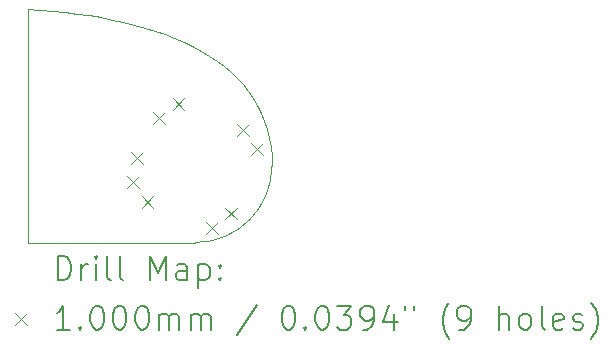
<source format=gbr>
%TF.GenerationSoftware,KiCad,Pcbnew,7.0.5*%
%TF.CreationDate,2023-06-18T14:52:25+02:00*%
%TF.ProjectId,RH_RKJXM1015004_thumb,52485f52-4b4a-4584-9d31-303135303034,rev?*%
%TF.SameCoordinates,Original*%
%TF.FileFunction,Drillmap*%
%TF.FilePolarity,Positive*%
%FSLAX45Y45*%
G04 Gerber Fmt 4.5, Leading zero omitted, Abs format (unit mm)*
G04 Created by KiCad (PCBNEW 7.0.5) date 2023-06-18 14:52:25*
%MOMM*%
%LPD*%
G01*
G04 APERTURE LIST*
%ADD10C,0.100000*%
%ADD11C,0.200000*%
G04 APERTURE END LIST*
D10*
X7600001Y-4500001D02*
X6181686Y-4500001D01*
X7600001Y-4500001D02*
G75*
G03*
X8250001Y-3850001I-1J650001D01*
G01*
X6181686Y-2520161D02*
X6181686Y-4500001D01*
X6181686Y-2520161D02*
X6289183Y-2528051D01*
X6395148Y-2537625D01*
X6499459Y-2548932D01*
X6601990Y-2562022D01*
X6702619Y-2576942D01*
X6801223Y-2593741D01*
X6897678Y-2612469D01*
X6991861Y-2633174D01*
X7083649Y-2655904D01*
X7172918Y-2680709D01*
X7259545Y-2707637D01*
X7343406Y-2736738D01*
X7424379Y-2768059D01*
X7502340Y-2801650D01*
X7577166Y-2837560D01*
X7648733Y-2875836D01*
X7716918Y-2916529D01*
X7781598Y-2959686D01*
X7842649Y-3005357D01*
X7899949Y-3053591D01*
X7953373Y-3104435D01*
X8002798Y-3157939D01*
X8048102Y-3214152D01*
X8089160Y-3273122D01*
X8125850Y-3334898D01*
X8158048Y-3399529D01*
X8185631Y-3467064D01*
X8208475Y-3537551D01*
X8226458Y-3611040D01*
X8239455Y-3687578D01*
X8247344Y-3767216D01*
X8250001Y-3850001D01*
D11*
D10*
X7024066Y-3940065D02*
X7124066Y-4040065D01*
X7124066Y-3940065D02*
X7024066Y-4040065D01*
X7059189Y-3734964D02*
X7159189Y-3834964D01*
X7159189Y-3734964D02*
X7059189Y-3834964D01*
X7146271Y-4103361D02*
X7246271Y-4203362D01*
X7246271Y-4103361D02*
X7146271Y-4203362D01*
X7246638Y-3396271D02*
X7346638Y-3496271D01*
X7346638Y-3396271D02*
X7246638Y-3496271D01*
X7409935Y-3274066D02*
X7509935Y-3374066D01*
X7509935Y-3274066D02*
X7409935Y-3374066D01*
X7690065Y-4325934D02*
X7790065Y-4425934D01*
X7790065Y-4325934D02*
X7690065Y-4425934D01*
X7853361Y-4203729D02*
X7953361Y-4303729D01*
X7953361Y-4203729D02*
X7853361Y-4303729D01*
X7953729Y-3496638D02*
X8053729Y-3596638D01*
X8053729Y-3496638D02*
X7953729Y-3596638D01*
X8075934Y-3659935D02*
X8175934Y-3759935D01*
X8175934Y-3659935D02*
X8075934Y-3759935D01*
D11*
X6437462Y-4816485D02*
X6437462Y-4616485D01*
X6437462Y-4616485D02*
X6485081Y-4616485D01*
X6485081Y-4616485D02*
X6513653Y-4626009D01*
X6513653Y-4626009D02*
X6532700Y-4645056D01*
X6532700Y-4645056D02*
X6542224Y-4664104D01*
X6542224Y-4664104D02*
X6551748Y-4702199D01*
X6551748Y-4702199D02*
X6551748Y-4730770D01*
X6551748Y-4730770D02*
X6542224Y-4768866D01*
X6542224Y-4768866D02*
X6532700Y-4787913D01*
X6532700Y-4787913D02*
X6513653Y-4806961D01*
X6513653Y-4806961D02*
X6485081Y-4816485D01*
X6485081Y-4816485D02*
X6437462Y-4816485D01*
X6637462Y-4816485D02*
X6637462Y-4683151D01*
X6637462Y-4721247D02*
X6646986Y-4702199D01*
X6646986Y-4702199D02*
X6656510Y-4692675D01*
X6656510Y-4692675D02*
X6675558Y-4683151D01*
X6675558Y-4683151D02*
X6694605Y-4683151D01*
X6761272Y-4816485D02*
X6761272Y-4683151D01*
X6761272Y-4616485D02*
X6751748Y-4626009D01*
X6751748Y-4626009D02*
X6761272Y-4635532D01*
X6761272Y-4635532D02*
X6770796Y-4626009D01*
X6770796Y-4626009D02*
X6761272Y-4616485D01*
X6761272Y-4616485D02*
X6761272Y-4635532D01*
X6885081Y-4816485D02*
X6866034Y-4806961D01*
X6866034Y-4806961D02*
X6856510Y-4787913D01*
X6856510Y-4787913D02*
X6856510Y-4616485D01*
X6989843Y-4816485D02*
X6970796Y-4806961D01*
X6970796Y-4806961D02*
X6961272Y-4787913D01*
X6961272Y-4787913D02*
X6961272Y-4616485D01*
X7218415Y-4816485D02*
X7218415Y-4616485D01*
X7218415Y-4616485D02*
X7285081Y-4759342D01*
X7285081Y-4759342D02*
X7351748Y-4616485D01*
X7351748Y-4616485D02*
X7351748Y-4816485D01*
X7532700Y-4816485D02*
X7532700Y-4711723D01*
X7532700Y-4711723D02*
X7523177Y-4692675D01*
X7523177Y-4692675D02*
X7504129Y-4683151D01*
X7504129Y-4683151D02*
X7466034Y-4683151D01*
X7466034Y-4683151D02*
X7446986Y-4692675D01*
X7532700Y-4806961D02*
X7513653Y-4816485D01*
X7513653Y-4816485D02*
X7466034Y-4816485D01*
X7466034Y-4816485D02*
X7446986Y-4806961D01*
X7446986Y-4806961D02*
X7437462Y-4787913D01*
X7437462Y-4787913D02*
X7437462Y-4768866D01*
X7437462Y-4768866D02*
X7446986Y-4749818D01*
X7446986Y-4749818D02*
X7466034Y-4740294D01*
X7466034Y-4740294D02*
X7513653Y-4740294D01*
X7513653Y-4740294D02*
X7532700Y-4730770D01*
X7627939Y-4683151D02*
X7627939Y-4883151D01*
X7627939Y-4692675D02*
X7646986Y-4683151D01*
X7646986Y-4683151D02*
X7685081Y-4683151D01*
X7685081Y-4683151D02*
X7704129Y-4692675D01*
X7704129Y-4692675D02*
X7713653Y-4702199D01*
X7713653Y-4702199D02*
X7723177Y-4721247D01*
X7723177Y-4721247D02*
X7723177Y-4778389D01*
X7723177Y-4778389D02*
X7713653Y-4797437D01*
X7713653Y-4797437D02*
X7704129Y-4806961D01*
X7704129Y-4806961D02*
X7685081Y-4816485D01*
X7685081Y-4816485D02*
X7646986Y-4816485D01*
X7646986Y-4816485D02*
X7627939Y-4806961D01*
X7808891Y-4797437D02*
X7818415Y-4806961D01*
X7818415Y-4806961D02*
X7808891Y-4816485D01*
X7808891Y-4816485D02*
X7799367Y-4806961D01*
X7799367Y-4806961D02*
X7808891Y-4797437D01*
X7808891Y-4797437D02*
X7808891Y-4816485D01*
X7808891Y-4692675D02*
X7818415Y-4702199D01*
X7818415Y-4702199D02*
X7808891Y-4711723D01*
X7808891Y-4711723D02*
X7799367Y-4702199D01*
X7799367Y-4702199D02*
X7808891Y-4692675D01*
X7808891Y-4692675D02*
X7808891Y-4711723D01*
D10*
X6076686Y-5095001D02*
X6176686Y-5195001D01*
X6176686Y-5095001D02*
X6076686Y-5195001D01*
D11*
X6542224Y-5236485D02*
X6427939Y-5236485D01*
X6485081Y-5236485D02*
X6485081Y-5036485D01*
X6485081Y-5036485D02*
X6466034Y-5065056D01*
X6466034Y-5065056D02*
X6446986Y-5084104D01*
X6446986Y-5084104D02*
X6427939Y-5093628D01*
X6627939Y-5217437D02*
X6637462Y-5226961D01*
X6637462Y-5226961D02*
X6627939Y-5236485D01*
X6627939Y-5236485D02*
X6618415Y-5226961D01*
X6618415Y-5226961D02*
X6627939Y-5217437D01*
X6627939Y-5217437D02*
X6627939Y-5236485D01*
X6761272Y-5036485D02*
X6780320Y-5036485D01*
X6780320Y-5036485D02*
X6799367Y-5046009D01*
X6799367Y-5046009D02*
X6808891Y-5055532D01*
X6808891Y-5055532D02*
X6818415Y-5074580D01*
X6818415Y-5074580D02*
X6827939Y-5112675D01*
X6827939Y-5112675D02*
X6827939Y-5160294D01*
X6827939Y-5160294D02*
X6818415Y-5198389D01*
X6818415Y-5198389D02*
X6808891Y-5217437D01*
X6808891Y-5217437D02*
X6799367Y-5226961D01*
X6799367Y-5226961D02*
X6780320Y-5236485D01*
X6780320Y-5236485D02*
X6761272Y-5236485D01*
X6761272Y-5236485D02*
X6742224Y-5226961D01*
X6742224Y-5226961D02*
X6732700Y-5217437D01*
X6732700Y-5217437D02*
X6723177Y-5198389D01*
X6723177Y-5198389D02*
X6713653Y-5160294D01*
X6713653Y-5160294D02*
X6713653Y-5112675D01*
X6713653Y-5112675D02*
X6723177Y-5074580D01*
X6723177Y-5074580D02*
X6732700Y-5055532D01*
X6732700Y-5055532D02*
X6742224Y-5046009D01*
X6742224Y-5046009D02*
X6761272Y-5036485D01*
X6951748Y-5036485D02*
X6970796Y-5036485D01*
X6970796Y-5036485D02*
X6989843Y-5046009D01*
X6989843Y-5046009D02*
X6999367Y-5055532D01*
X6999367Y-5055532D02*
X7008891Y-5074580D01*
X7008891Y-5074580D02*
X7018415Y-5112675D01*
X7018415Y-5112675D02*
X7018415Y-5160294D01*
X7018415Y-5160294D02*
X7008891Y-5198389D01*
X7008891Y-5198389D02*
X6999367Y-5217437D01*
X6999367Y-5217437D02*
X6989843Y-5226961D01*
X6989843Y-5226961D02*
X6970796Y-5236485D01*
X6970796Y-5236485D02*
X6951748Y-5236485D01*
X6951748Y-5236485D02*
X6932700Y-5226961D01*
X6932700Y-5226961D02*
X6923177Y-5217437D01*
X6923177Y-5217437D02*
X6913653Y-5198389D01*
X6913653Y-5198389D02*
X6904129Y-5160294D01*
X6904129Y-5160294D02*
X6904129Y-5112675D01*
X6904129Y-5112675D02*
X6913653Y-5074580D01*
X6913653Y-5074580D02*
X6923177Y-5055532D01*
X6923177Y-5055532D02*
X6932700Y-5046009D01*
X6932700Y-5046009D02*
X6951748Y-5036485D01*
X7142224Y-5036485D02*
X7161272Y-5036485D01*
X7161272Y-5036485D02*
X7180320Y-5046009D01*
X7180320Y-5046009D02*
X7189843Y-5055532D01*
X7189843Y-5055532D02*
X7199367Y-5074580D01*
X7199367Y-5074580D02*
X7208891Y-5112675D01*
X7208891Y-5112675D02*
X7208891Y-5160294D01*
X7208891Y-5160294D02*
X7199367Y-5198389D01*
X7199367Y-5198389D02*
X7189843Y-5217437D01*
X7189843Y-5217437D02*
X7180320Y-5226961D01*
X7180320Y-5226961D02*
X7161272Y-5236485D01*
X7161272Y-5236485D02*
X7142224Y-5236485D01*
X7142224Y-5236485D02*
X7123177Y-5226961D01*
X7123177Y-5226961D02*
X7113653Y-5217437D01*
X7113653Y-5217437D02*
X7104129Y-5198389D01*
X7104129Y-5198389D02*
X7094605Y-5160294D01*
X7094605Y-5160294D02*
X7094605Y-5112675D01*
X7094605Y-5112675D02*
X7104129Y-5074580D01*
X7104129Y-5074580D02*
X7113653Y-5055532D01*
X7113653Y-5055532D02*
X7123177Y-5046009D01*
X7123177Y-5046009D02*
X7142224Y-5036485D01*
X7294605Y-5236485D02*
X7294605Y-5103151D01*
X7294605Y-5122199D02*
X7304129Y-5112675D01*
X7304129Y-5112675D02*
X7323177Y-5103151D01*
X7323177Y-5103151D02*
X7351748Y-5103151D01*
X7351748Y-5103151D02*
X7370796Y-5112675D01*
X7370796Y-5112675D02*
X7380320Y-5131723D01*
X7380320Y-5131723D02*
X7380320Y-5236485D01*
X7380320Y-5131723D02*
X7389843Y-5112675D01*
X7389843Y-5112675D02*
X7408891Y-5103151D01*
X7408891Y-5103151D02*
X7437462Y-5103151D01*
X7437462Y-5103151D02*
X7456510Y-5112675D01*
X7456510Y-5112675D02*
X7466034Y-5131723D01*
X7466034Y-5131723D02*
X7466034Y-5236485D01*
X7561272Y-5236485D02*
X7561272Y-5103151D01*
X7561272Y-5122199D02*
X7570796Y-5112675D01*
X7570796Y-5112675D02*
X7589843Y-5103151D01*
X7589843Y-5103151D02*
X7618415Y-5103151D01*
X7618415Y-5103151D02*
X7637462Y-5112675D01*
X7637462Y-5112675D02*
X7646986Y-5131723D01*
X7646986Y-5131723D02*
X7646986Y-5236485D01*
X7646986Y-5131723D02*
X7656510Y-5112675D01*
X7656510Y-5112675D02*
X7675558Y-5103151D01*
X7675558Y-5103151D02*
X7704129Y-5103151D01*
X7704129Y-5103151D02*
X7723177Y-5112675D01*
X7723177Y-5112675D02*
X7732701Y-5131723D01*
X7732701Y-5131723D02*
X7732701Y-5236485D01*
X8123177Y-5026961D02*
X7951748Y-5284104D01*
X8380320Y-5036485D02*
X8399367Y-5036485D01*
X8399367Y-5036485D02*
X8418415Y-5046009D01*
X8418415Y-5046009D02*
X8427939Y-5055532D01*
X8427939Y-5055532D02*
X8437463Y-5074580D01*
X8437463Y-5074580D02*
X8446986Y-5112675D01*
X8446986Y-5112675D02*
X8446986Y-5160294D01*
X8446986Y-5160294D02*
X8437463Y-5198389D01*
X8437463Y-5198389D02*
X8427939Y-5217437D01*
X8427939Y-5217437D02*
X8418415Y-5226961D01*
X8418415Y-5226961D02*
X8399367Y-5236485D01*
X8399367Y-5236485D02*
X8380320Y-5236485D01*
X8380320Y-5236485D02*
X8361272Y-5226961D01*
X8361272Y-5226961D02*
X8351748Y-5217437D01*
X8351748Y-5217437D02*
X8342224Y-5198389D01*
X8342224Y-5198389D02*
X8332701Y-5160294D01*
X8332701Y-5160294D02*
X8332701Y-5112675D01*
X8332701Y-5112675D02*
X8342224Y-5074580D01*
X8342224Y-5074580D02*
X8351748Y-5055532D01*
X8351748Y-5055532D02*
X8361272Y-5046009D01*
X8361272Y-5046009D02*
X8380320Y-5036485D01*
X8532701Y-5217437D02*
X8542225Y-5226961D01*
X8542225Y-5226961D02*
X8532701Y-5236485D01*
X8532701Y-5236485D02*
X8523177Y-5226961D01*
X8523177Y-5226961D02*
X8532701Y-5217437D01*
X8532701Y-5217437D02*
X8532701Y-5236485D01*
X8666034Y-5036485D02*
X8685082Y-5036485D01*
X8685082Y-5036485D02*
X8704129Y-5046009D01*
X8704129Y-5046009D02*
X8713653Y-5055532D01*
X8713653Y-5055532D02*
X8723177Y-5074580D01*
X8723177Y-5074580D02*
X8732701Y-5112675D01*
X8732701Y-5112675D02*
X8732701Y-5160294D01*
X8732701Y-5160294D02*
X8723177Y-5198389D01*
X8723177Y-5198389D02*
X8713653Y-5217437D01*
X8713653Y-5217437D02*
X8704129Y-5226961D01*
X8704129Y-5226961D02*
X8685082Y-5236485D01*
X8685082Y-5236485D02*
X8666034Y-5236485D01*
X8666034Y-5236485D02*
X8646986Y-5226961D01*
X8646986Y-5226961D02*
X8637463Y-5217437D01*
X8637463Y-5217437D02*
X8627939Y-5198389D01*
X8627939Y-5198389D02*
X8618415Y-5160294D01*
X8618415Y-5160294D02*
X8618415Y-5112675D01*
X8618415Y-5112675D02*
X8627939Y-5074580D01*
X8627939Y-5074580D02*
X8637463Y-5055532D01*
X8637463Y-5055532D02*
X8646986Y-5046009D01*
X8646986Y-5046009D02*
X8666034Y-5036485D01*
X8799367Y-5036485D02*
X8923177Y-5036485D01*
X8923177Y-5036485D02*
X8856510Y-5112675D01*
X8856510Y-5112675D02*
X8885082Y-5112675D01*
X8885082Y-5112675D02*
X8904129Y-5122199D01*
X8904129Y-5122199D02*
X8913653Y-5131723D01*
X8913653Y-5131723D02*
X8923177Y-5150770D01*
X8923177Y-5150770D02*
X8923177Y-5198389D01*
X8923177Y-5198389D02*
X8913653Y-5217437D01*
X8913653Y-5217437D02*
X8904129Y-5226961D01*
X8904129Y-5226961D02*
X8885082Y-5236485D01*
X8885082Y-5236485D02*
X8827939Y-5236485D01*
X8827939Y-5236485D02*
X8808891Y-5226961D01*
X8808891Y-5226961D02*
X8799367Y-5217437D01*
X9018415Y-5236485D02*
X9056510Y-5236485D01*
X9056510Y-5236485D02*
X9075558Y-5226961D01*
X9075558Y-5226961D02*
X9085082Y-5217437D01*
X9085082Y-5217437D02*
X9104129Y-5188866D01*
X9104129Y-5188866D02*
X9113653Y-5150770D01*
X9113653Y-5150770D02*
X9113653Y-5074580D01*
X9113653Y-5074580D02*
X9104129Y-5055532D01*
X9104129Y-5055532D02*
X9094606Y-5046009D01*
X9094606Y-5046009D02*
X9075558Y-5036485D01*
X9075558Y-5036485D02*
X9037463Y-5036485D01*
X9037463Y-5036485D02*
X9018415Y-5046009D01*
X9018415Y-5046009D02*
X9008891Y-5055532D01*
X9008891Y-5055532D02*
X8999367Y-5074580D01*
X8999367Y-5074580D02*
X8999367Y-5122199D01*
X8999367Y-5122199D02*
X9008891Y-5141247D01*
X9008891Y-5141247D02*
X9018415Y-5150770D01*
X9018415Y-5150770D02*
X9037463Y-5160294D01*
X9037463Y-5160294D02*
X9075558Y-5160294D01*
X9075558Y-5160294D02*
X9094606Y-5150770D01*
X9094606Y-5150770D02*
X9104129Y-5141247D01*
X9104129Y-5141247D02*
X9113653Y-5122199D01*
X9285082Y-5103151D02*
X9285082Y-5236485D01*
X9237463Y-5026961D02*
X9189844Y-5169818D01*
X9189844Y-5169818D02*
X9313653Y-5169818D01*
X9380320Y-5036485D02*
X9380320Y-5074580D01*
X9456510Y-5036485D02*
X9456510Y-5074580D01*
X9751749Y-5312675D02*
X9742225Y-5303151D01*
X9742225Y-5303151D02*
X9723177Y-5274580D01*
X9723177Y-5274580D02*
X9713653Y-5255532D01*
X9713653Y-5255532D02*
X9704129Y-5226961D01*
X9704129Y-5226961D02*
X9694606Y-5179342D01*
X9694606Y-5179342D02*
X9694606Y-5141247D01*
X9694606Y-5141247D02*
X9704129Y-5093628D01*
X9704129Y-5093628D02*
X9713653Y-5065056D01*
X9713653Y-5065056D02*
X9723177Y-5046009D01*
X9723177Y-5046009D02*
X9742225Y-5017437D01*
X9742225Y-5017437D02*
X9751749Y-5007913D01*
X9837463Y-5236485D02*
X9875558Y-5236485D01*
X9875558Y-5236485D02*
X9894606Y-5226961D01*
X9894606Y-5226961D02*
X9904129Y-5217437D01*
X9904129Y-5217437D02*
X9923177Y-5188866D01*
X9923177Y-5188866D02*
X9932701Y-5150770D01*
X9932701Y-5150770D02*
X9932701Y-5074580D01*
X9932701Y-5074580D02*
X9923177Y-5055532D01*
X9923177Y-5055532D02*
X9913653Y-5046009D01*
X9913653Y-5046009D02*
X9894606Y-5036485D01*
X9894606Y-5036485D02*
X9856510Y-5036485D01*
X9856510Y-5036485D02*
X9837463Y-5046009D01*
X9837463Y-5046009D02*
X9827939Y-5055532D01*
X9827939Y-5055532D02*
X9818415Y-5074580D01*
X9818415Y-5074580D02*
X9818415Y-5122199D01*
X9818415Y-5122199D02*
X9827939Y-5141247D01*
X9827939Y-5141247D02*
X9837463Y-5150770D01*
X9837463Y-5150770D02*
X9856510Y-5160294D01*
X9856510Y-5160294D02*
X9894606Y-5160294D01*
X9894606Y-5160294D02*
X9913653Y-5150770D01*
X9913653Y-5150770D02*
X9923177Y-5141247D01*
X9923177Y-5141247D02*
X9932701Y-5122199D01*
X10170796Y-5236485D02*
X10170796Y-5036485D01*
X10256510Y-5236485D02*
X10256510Y-5131723D01*
X10256510Y-5131723D02*
X10246987Y-5112675D01*
X10246987Y-5112675D02*
X10227939Y-5103151D01*
X10227939Y-5103151D02*
X10199368Y-5103151D01*
X10199368Y-5103151D02*
X10180320Y-5112675D01*
X10180320Y-5112675D02*
X10170796Y-5122199D01*
X10380320Y-5236485D02*
X10361272Y-5226961D01*
X10361272Y-5226961D02*
X10351749Y-5217437D01*
X10351749Y-5217437D02*
X10342225Y-5198389D01*
X10342225Y-5198389D02*
X10342225Y-5141247D01*
X10342225Y-5141247D02*
X10351749Y-5122199D01*
X10351749Y-5122199D02*
X10361272Y-5112675D01*
X10361272Y-5112675D02*
X10380320Y-5103151D01*
X10380320Y-5103151D02*
X10408891Y-5103151D01*
X10408891Y-5103151D02*
X10427939Y-5112675D01*
X10427939Y-5112675D02*
X10437463Y-5122199D01*
X10437463Y-5122199D02*
X10446987Y-5141247D01*
X10446987Y-5141247D02*
X10446987Y-5198389D01*
X10446987Y-5198389D02*
X10437463Y-5217437D01*
X10437463Y-5217437D02*
X10427939Y-5226961D01*
X10427939Y-5226961D02*
X10408891Y-5236485D01*
X10408891Y-5236485D02*
X10380320Y-5236485D01*
X10561272Y-5236485D02*
X10542225Y-5226961D01*
X10542225Y-5226961D02*
X10532701Y-5207913D01*
X10532701Y-5207913D02*
X10532701Y-5036485D01*
X10713653Y-5226961D02*
X10694606Y-5236485D01*
X10694606Y-5236485D02*
X10656510Y-5236485D01*
X10656510Y-5236485D02*
X10637463Y-5226961D01*
X10637463Y-5226961D02*
X10627939Y-5207913D01*
X10627939Y-5207913D02*
X10627939Y-5131723D01*
X10627939Y-5131723D02*
X10637463Y-5112675D01*
X10637463Y-5112675D02*
X10656510Y-5103151D01*
X10656510Y-5103151D02*
X10694606Y-5103151D01*
X10694606Y-5103151D02*
X10713653Y-5112675D01*
X10713653Y-5112675D02*
X10723177Y-5131723D01*
X10723177Y-5131723D02*
X10723177Y-5150770D01*
X10723177Y-5150770D02*
X10627939Y-5169818D01*
X10799368Y-5226961D02*
X10818415Y-5236485D01*
X10818415Y-5236485D02*
X10856510Y-5236485D01*
X10856510Y-5236485D02*
X10875558Y-5226961D01*
X10875558Y-5226961D02*
X10885082Y-5207913D01*
X10885082Y-5207913D02*
X10885082Y-5198389D01*
X10885082Y-5198389D02*
X10875558Y-5179342D01*
X10875558Y-5179342D02*
X10856510Y-5169818D01*
X10856510Y-5169818D02*
X10827939Y-5169818D01*
X10827939Y-5169818D02*
X10808891Y-5160294D01*
X10808891Y-5160294D02*
X10799368Y-5141247D01*
X10799368Y-5141247D02*
X10799368Y-5131723D01*
X10799368Y-5131723D02*
X10808891Y-5112675D01*
X10808891Y-5112675D02*
X10827939Y-5103151D01*
X10827939Y-5103151D02*
X10856510Y-5103151D01*
X10856510Y-5103151D02*
X10875558Y-5112675D01*
X10951749Y-5312675D02*
X10961272Y-5303151D01*
X10961272Y-5303151D02*
X10980320Y-5274580D01*
X10980320Y-5274580D02*
X10989844Y-5255532D01*
X10989844Y-5255532D02*
X10999368Y-5226961D01*
X10999368Y-5226961D02*
X11008891Y-5179342D01*
X11008891Y-5179342D02*
X11008891Y-5141247D01*
X11008891Y-5141247D02*
X10999368Y-5093628D01*
X10999368Y-5093628D02*
X10989844Y-5065056D01*
X10989844Y-5065056D02*
X10980320Y-5046009D01*
X10980320Y-5046009D02*
X10961272Y-5017437D01*
X10961272Y-5017437D02*
X10951749Y-5007913D01*
M02*

</source>
